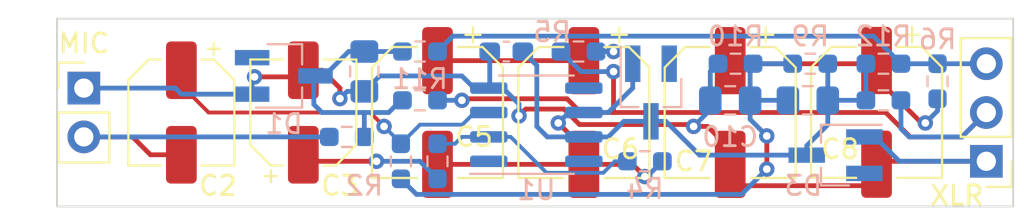
<source format=kicad_pcb>
(kicad_pcb (version 20211014) (generator pcbnew)
  (layers (0 "F.Cu" signal) (31 "B.Cu" signal) (34 "B.Paste" user) (35 "F.Paste" user) (36 "B.SilkS" user "B.Silkscreen") (37 "F.SilkS" user "F.Silkscreen") (38 "B.Mask" user) (39 "F.Mask" user) (44 "Edge.Cuts" user))
  (net 0 "")
  (net 1 "GND")
  (net 2 "Net-(C3-Pad1)")
  (net 3 "Net-(C5-Pad1)")
  (net 4 "Net-(C7-Pad1)")
  (net 5 "/Micbias")
  (net 6 "/Opamp_In+")
  (net 7 "/Mic+")
  (net 8 "/Opamp_VDD")
  (net 9 "/Opamp_Out")
  (net 10 "/VGND")
  (net 11 "/XLR2(+)")
  (net 12 "/Opamp_In-")
  (net 13 "/XLR3(-)")
  (footprint "Capacitor_SMD:CP_Elec_6.3x5.4_Nichicon" (layer "F.Cu") (at 151.765 110.49 -90)
    (fp_text reference "C5" (at 1.27 -1.905 180) (layer "F.SilkS"))
    (fp_text value "10uF 50v")
    (fp_line (start -2.345563 -3.41) (end 3.41 -3.41) (layer "F.SilkS") (width 0.12))
    (fp_line (start -3.41 2.345563) (end -2.345563 3.41) (layer "F.SilkS") (width 0.12))
    (fp_line (start -3.41 -2.345563) (end -3.41 -1.06) (layer "F.SilkS") (width 0.12))
    (fp_line (start -2.345563 3.41) (end 3.41 3.41) (layer "F.SilkS") (width 0.12))
    (fp_line (start -3.41 -2.345563) (end -2.345563 -3.41) (layer "F.SilkS") (width 0.12))
    (fp_line (start -3.41 2.345563) (end -3.41 1.06) (layer "F.SilkS") (width 0.12))
    (fp_line (start -4.4375 -1.8475) (end -3.65 -1.8475) (layer "F.SilkS") (width 0.12))
    (fp_line (start 3.41 3.41) (end 3.41 1.06) (layer "F.SilkS") (width 0.12))
    (fp_line (start 3.41 -3.41) (end 3.41 -1.06) (layer "F.SilkS") (width 0.12))
    (fp_line (start -4.04375 -2.24125) (end -4.04375 -1.45375) (layer "F.SilkS") (width 0.12))
    (pad "1" smd roundrect (at -2.7 0 270) (size 3.5 1.6) (layers "F.Cu" "F.Paste" "F.Mask") (roundrect_rratio 0.15625) (net 3 "Net-(C5-Pad1)"))
    (pad "2" smd roundrect (at 2.7 0 270) (size 3.5 1.6) (layers "F.Cu" "F.Paste" "F.Mask") (roundrect_rratio 0.15625) (net 9 "/Opamp_Out"))
  )
  (footprint "Capacitor_SMD:CP_Elec_5x5.4" (layer "F.Cu") (at 138.43 110.49 -90)
    (fp_text reference "C2" (at 3.81 -1.905 180) (layer "F.SilkS"))
    (fp_text value "22uF 16V")
    (fp_line (start -1.695563 -2.76) (end 2.76 -2.76) (layer "F.SilkS") (width 0.12))
    (fp_line (start -3.3125 -1.9975) (end -3.3125 -1.3725) (layer "F.SilkS") (width 0.12))
    (fp_line (start -2.76 1.695563) (end -2.76 1.06) (layer "F.SilkS") (width 0.12))
    (fp_line (start -2.76 1.695563) (end -1.695563 2.76) (layer "F.SilkS") (width 0.12))
    (fp_line (start -3.625 -1.685) (end -3 -1.685) (layer "F.SilkS") (width 0.12))
    (fp_line (start 2.76 2.76) (end 2.76 1.06) (layer "F.SilkS") (width 0.12))
    (fp_line (start -1.695563 2.76) (end 2.76 2.76) (layer "F.SilkS") (width 0.12))
    (fp_line (start -2.76 -1.695563) (end -2.76 -1.06) (layer "F.SilkS") (width 0.12))
    (fp_line (start -2.76 -1.695563) (end -1.695563 -2.76) (layer "F.SilkS") (width 0.12))
    (fp_line (start 2.76 -2.76) (end 2.76 -1.06) (layer "F.SilkS") (width 0.12))
    (pad "1" smd roundrect (at -2.2 0 270) (size 3 1.6) (layers "F.Cu" "F.Paste" "F.Mask") (roundrect_rratio 0.15625) (net 6 "/Opamp_In+"))
    (pad "2" smd roundrect (at 2.2 0 270) (size 3 1.6) (layers "F.Cu" "F.Paste" "F.Mask") (roundrect_rratio 0.15625) (net 7 "/Mic+"))
  )
  (footprint "Capacitor_SMD:CP_Elec_6.3x5.4_Nichicon" (layer "F.Cu") (at 167.005 110.49 -90)
    (fp_text reference "C7" (at 2.54 1.905 180) (layer "F.SilkS"))
    (fp_text value "10uF 50v")
    (fp_line (start -4.4375 -1.8475) (end -3.65 -1.8475) (layer "F.SilkS") (width 0.12))
    (fp_line (start -3.41 -2.345563) (end -3.41 -1.06) (layer "F.SilkS") (width 0.12))
    (fp_line (start -3.41 -2.345563) (end -2.345563 -3.41) (layer "F.SilkS") (width 0.12))
    (fp_line (start 3.41 3.41) (end 3.41 1.06) (layer "F.SilkS") (width 0.12))
    (fp_line (start -3.41 2.345563) (end -3.41 1.06) (layer "F.SilkS") (width 0.12))
    (fp_line (start -2.345563 3.41) (end 3.41 3.41) (layer "F.SilkS") (width 0.12))
    (fp_line (start -3.41 2.345563) (end -2.345563 3.41) (layer "F.SilkS") (width 0.12))
    (fp_line (start -4.04375 -2.24125) (end -4.04375 -1.45375) (layer "F.SilkS") (width 0.12))
    (fp_line (start 3.41 -3.41) (end 3.41 -1.06) (layer "F.SilkS") (width 0.12))
    (fp_line (start -2.345563 -3.41) (end 3.41 -3.41) (layer "F.SilkS") (width 0.12))
    (pad "1" smd roundrect (at -2.7 0 270) (size 3.5 1.6) (layers "F.Cu" "F.Paste" "F.Mask") (roundrect_rratio 0.15625) (net 4 "Net-(C7-Pad1)"))
    (pad "2" smd roundrect (at 2.7 0 270) (size 3.5 1.6) (layers "F.Cu" "F.Paste" "F.Mask") (roundrect_rratio 0.15625) (net 1 "GND"))
  )
  (footprint "Connector_PinHeader_2.54mm:PinHeader_1x03_P2.54mm_Vertical" (layer "F.Cu") (at 180.34 113.03 180)
    (fp_text reference "XLR" (at 1.524 -1.778) (layer "F.SilkS"))
    (fp_text value "XLR3")
    (fp_line (start -1.33 6.41) (end 1.33 6.41) (layer "F.SilkS") (width 0.12))
    (fp_line (start -1.33 1.27) (end -1.33 6.41) (layer "F.SilkS") (width 0.12))
    (fp_line (start -1.33 1.27) (end 1.33 1.27) (layer "F.SilkS") (width 0.12))
    (fp_line (start -1.33 0) (end -1.33 -1.33) (layer "F.SilkS") (width 0.12))
    (fp_line (start -1.33 -1.33) (end 0 -1.33) (layer "F.SilkS") (width 0.12))
    (fp_line (start 1.33 1.27) (end 1.33 6.41) (layer "F.SilkS") (width 0.12))
    (pad "1" thru_hole rect (at 0 0 180) (size 1.7 1.7) (drill 1) (layers *.Cu *.Mask) (net 1 "GND"))
    (pad "2" thru_hole oval (at 0 2.54 180) (size 1.7 1.7) (drill 1) (layers *.Cu *.Mask) (net 11 "/XLR2(+)"))
    (pad "3" thru_hole oval (at 0 5.08 180) (size 1.7 1.7) (drill 1) (layers *.Cu *.Mask) (net 13 "/XLR3(-)"))
  )
  (footprint "Capacitor_SMD:CP_Elec_5x5.4" (layer "F.Cu") (at 144.78 110.49 90)
    (fp_text reference "C3" (at -3.81 1.905 180) (layer "F.SilkS"))
    (fp_text value "22uF 16V")
    (fp_line (start -2.76 -1.695563) (end -1.695563 -2.76) (layer "F.SilkS") (width 0.12))
    (fp_line (start 2.76 2.76) (end 2.76 1.06) (layer "F.SilkS") (width 0.12))
    (fp_line (start 2.76 -2.76) (end 2.76 -1.06) (layer "F.SilkS") (width 0.12))
    (fp_line (start -2.76 -1.695563) (end -2.76 -1.06) (layer "F.SilkS") (width 0.12))
    (fp_line (start -1.695563 -2.76) (end 2.76 -2.76) (layer "F.SilkS") (width 0.12))
    (fp_line (start -2.76 1.695563) (end -2.76 1.06) (layer "F.SilkS") (width 0.12))
    (fp_line (start -1.695563 2.76) (end 2.76 2.76) (layer "F.SilkS") (width 0.12))
    (fp_line (start -3.3125 -1.9975) (end -3.3125 -1.3725) (layer "F.SilkS") (width 0.12))
    (fp_line (start -2.76 1.695563) (end -1.695563 2.76) (layer "F.SilkS") (width 0.12))
    (fp_line (start -3.625 -1.685) (end -3 -1.685) (layer "F.SilkS") (width 0.12))
    (pad "1" smd roundrect (at -2.2 0 90) (size 3 1.6) (layers "F.Cu" "F.Paste" "F.Mask") (roundrect_rratio 0.15625) (net 2 "Net-(C3-Pad1)"))
    (pad "2" smd roundrect (at 2.2 0 90) (size 3 1.6) (layers "F.Cu" "F.Paste" "F.Mask") (roundrect_rratio 0.15625) (net 1 "GND"))
  )
  (footprint "Capacitor_SMD:CP_Elec_6.3x5.4_Nichicon" (layer "F.Cu") (at 159.385 110.49 -90)
    (fp_text reference "C6" (at 1.905 -1.905 180) (layer "F.SilkS"))
    (fp_text value "10uF 50v")
    (fp_line (start -3.41 -2.345563) (end -3.41 -1.06) (layer "F.SilkS") (width 0.12))
    (fp_line (start 3.41 3.41) (end 3.41 1.06) (layer "F.SilkS") (width 0.12))
    (fp_line (start -3.41 2.345563) (end -3.41 1.06) (layer "F.SilkS") (width 0.12))
    (fp_line (start -2.345563 -3.41) (end 3.41 -3.41) (layer "F.SilkS") (width 0.12))
    (fp_line (start -2.345563 3.41) (end 3.41 3.41) (layer "F.SilkS") (width 0.12))
    (fp_line (start -3.41 -2.345563) (end -2.345563 -3.41) (layer "F.SilkS") (width 0.12))
    (fp_line (start -4.04375 -2.24125) (end -4.04375 -1.45375) (layer "F.SilkS") (width 0.12))
    (fp_line (start 3.41 -3.41) (end 3.41 -1.06) (layer "F.SilkS") (width 0.12))
    (fp_line (start -4.4375 -1.8475) (end -3.65 -1.8475) (layer "F.SilkS") (width 0.12))
    (fp_line (start -3.41 2.345563) (end -2.345563 3.41) (layer "F.SilkS") (width 0.12))
    (pad "1" smd roundrect (at -2.7 0 270) (size 3.5 1.6) (layers "F.Cu" "F.Paste" "F.Mask") (roundrect_rratio 0.15625) (net 3 "Net-(C5-Pad1)"))
    (pad "2" smd roundrect (at 2.7 0 270) (size 3.5 1.6) (layers "F.Cu" "F.Paste" "F.Mask") (roundrect_rratio 0.15625) (net 9 "/Opamp_Out"))
  )
  (footprint "Connector_PinHeader_2.54mm:PinHeader_1x02_P2.54mm_Vertical" (layer "F.Cu") (at 133.35 109.22)
    (fp_text reference "MIC" (at 0 -2.33) (layer "F.SilkS"))
    (fp_text value "Microphone")
    (fp_line (start -1.33 1.27) (end 1.33 1.27) (layer "F.SilkS") (width 0.12))
    (fp_line (start 1.33 1.27) (end 1.33 3.87) (layer "F.SilkS") (width 0.12))
    (fp_line (start -1.33 3.87) (end 1.33 3.87) (layer "F.SilkS") (width 0.12))
    (fp_line (start -1.33 -1.33) (end 0 -1.33) (layer "F.SilkS") (width 0.12))
    (fp_line (start -1.33 1.27) (end -1.33 3.87) (layer "F.SilkS") (width 0.12))
    (fp_line (start -1.33 0) (end -1.33 -1.33) (layer "F.SilkS") (width 0.12))
    (pad "1" thru_hole rect (at 0 0) (size 1.7 1.7) (drill 1) (layers *.Cu *.Mask) (net 1 "GND"))
    (pad "2" thru_hole oval (at 0 2.54) (size 1.7 1.7) (drill 1) (layers *.Cu *.Mask) (net 7 "/Mic+"))
  )
  (footprint "Capacitor_SMD:CP_Elec_6.3x5.4_Nichicon" (layer "F.Cu") (at 174.625 110.4824 -90)
    (fp_text reference "C8" (at 1.9126 1.905 180) (layer "F.SilkS"))
    (fp_text value "10uF 50v")
    (fp_line (start -2.345563 3.41) (end 3.41 3.41) (layer "F.SilkS") (width 0.12))
    (fp_line (start -3.41 2.345563) (end -2.345563 3.41) (layer "F.SilkS") (width 0.12))
    (fp_line (start -3.41 2.345563) (end -3.41 1.06) (layer "F.SilkS") (width 0.12))
    (fp_line (start -3.41 -2.345563) (end -2.345563 -3.41) (layer "F.SilkS") (width 0.12))
    (fp_line (start -3.41 -2.345563) (end -3.41 -1.06) (layer "F.SilkS") (width 0.12))
    (fp_line (start 3.41 3.41) (end 3.41 1.06) (layer "F.SilkS") (width 0.12))
    (fp_line (start -4.4375 -1.8475) (end -3.65 -1.8475) (layer "F.SilkS") (width 0.12))
    (fp_line (start -4.04375 -2.24125) (end -4.04375 -1.45375) (layer "F.SilkS") (width 0.12))
    (fp_line (start 3.41 -3.41) (end 3.41 -1.06) (layer "F.SilkS") (width 0.12))
    (fp_line (start -2.345563 -3.41) (end 3.41 -3.41) (layer "F.SilkS") (width 0.12))
    (pad "1" smd roundrect (at -2.7 0 270) (size 3.5 1.6) (layers "F.Cu" "F.Paste" "F.Mask") (roundrect_rratio 0.15625) (net 4 "Net-(C7-Pad1)"))
    (pad "2" smd roundrect (at 2.7 0 270) (size 3.5 1.6) (layers "F.Cu" "F.Paste" "F.Mask") (roundrect_rratio 0.15625) (net 1 "GND"))
  )
  (footprint "Capacitor_SMD:C_0805_2012Metric_Pad1.18x1.45mm_HandSolder" (layer "B.Cu") (at 167.005 109.855 180)
    (fp_text reference "C10" (at 0 -1.905) (layer "B.SilkS") (effects (justify mirror)))
    (fp_text value "10uF 16V")
    (fp_line (start -0.261252 -0.735) (end 0.261252 -0.735) (layer "B.SilkS") (width 0.12))
    (fp_line (start -0.261252 0.735) (end 0.261252 0.735) (layer "B.SilkS") (width 0.12))
    (pad "1" smd roundrect (at -1.0375 0 180) (size 1.175 1.45) (layers "B.Cu" "B.Paste" "B.Mask") (roundrect_rratio 0.2127659574) (net 10 "/VGND"))
    (pad "2" smd roundrect (at 1.0375 0 180) (size 1.175 1.45) (layers "B.Cu" "B.Paste" "B.Mask") (roundrect_rratio 0.2127659574) (net 1 "GND"))
  )
  (footprint "Resistor_SMD:R_0603_1608Metric_Pad0.98x0.95mm_HandSolder" (layer "B.Cu") (at 177.8 108.8625 90)
    (fp_text reference "R6" (at 2.1825 0 180) (layer "B.SilkS") (effects (justify mirror)))
    (fp_text value "100R")
    (fp_line (start -0.254724 0.5225) (end 0.254724 0.5225) (layer "B.SilkS") (width 0.12))
    (fp_line (start -0.254724 -0.5225) (end 0.254724 -0.5225) (layer "B.SilkS") (width 0.12))
    (pad "1" smd roundrect (at -0.9125 0 90) (size 0.975 0.95) (layers "B.Cu" "B.Paste" "B.Mask") (net 4 "Net-(C7-Pad1)"))
    (pad "2" smd roundrect (at 0.9125 0 90) (size 0.975 0.95) (layers "B.Cu" "B.Paste" "B.Mask") (net 13 "/XLR3(-)"))
  )
  (footprint "Package_SO:SOIC-8_3.9x4.9mm_P1.27mm" (layer "B.Cu") (at 156.91 111.125)
    (fp_text reference "U1" (at 0 3.4) (layer "B.SilkS") (effects (justify mirror)))
    (fp_text value "OPAMP")
    (fp_line (start 0 2.56) (end 1.95 2.56) (layer "B.SilkS") (width 0.12))
    (fp_line (start 0 2.56) (end -3.45 2.56) (layer "B.SilkS") (width 0.12))
    (fp_line (start 0 -2.56) (end 1.95 -2.56) (layer "B.SilkS") (width 0.12))
    (fp_line (start 0 -2.56) (end -1.95 -2.56) (layer "B.SilkS") (width 0.12))
    (pad "1" smd roundrect (at -2.475 1.905) (size 1.95 0.6) (layers "B.Cu" "B.Paste" "B.Mask"))
    (pad "2" smd roundrect (at -2.475 0.635) (size 1.95 0.6) (layers "B.Cu" "B.Paste" "B.Mask") (net 12 "/Opamp_In-"))
    (pad "3" smd roundrect (at -2.475 -0.635) (size 1.95 0.6) (layers "B.Cu" "B.Paste" "B.Mask") (net 6 "/Opamp_In+"))
    (pad "4" smd roundrect (at -2.475 -1.905) (size 1.95 0.6) (layers "B.Cu" "B.Paste" "B.Mask") (net 1 "GND"))
    (pad "5" smd roundrect (at 2.475 -1.905) (size 1.95 0.6) (layers "B.Cu" "B.Paste" "B.Mask"))
    (pad "6" smd roundrect (at 2.475 -0.635) (size 1.95 0.6) (layers "B.Cu" "B.Paste" "B.Mask") (net 9 "/Opamp_Out"))
    (pad "7" smd roundrect (at 2.475 0.635) (size 1.95 0.6) (layers "B.Cu" "B.Paste" "B.Mask") (net 8 "/Opamp_VDD"))
    (pad "8" smd roundrect (at 2.475 1.905) (size 1.95 0.6) (layers "B.Cu" "B.Paste" "B.Mask"))
  )
  (footprint "Package_TO_SOT_SMD:SOT-23_Handsoldering" (layer "B.Cu") (at 162.88 109.45 -90)
    (fp_text reference "D2" hide)
    (fp_text value "DIODE")
    (fp_line (start 0.76 -1.58) (end -0.7 -1.58) (layer "B.SilkS") (width 0.12))
    (fp_line (start 0.76 -1.58) (end 0.76 -0.65) (layer "B.SilkS") (width 0.12))
    (fp_line (start 0.76 1.58) (end -2.4 1.58) (layer "B.SilkS") (width 0.12))
    (fp_line (start 0.76 1.58) (end 0.76 0.65) (layer "B.SilkS") (width 0.12))
    (pad "1" smd rect (at -1.5 0.95 270) (size 1.9 0.8) (layers "B.Cu" "B.Paste" "B.Mask") (net 9 "/Opamp_Out"))
    (pad "2" smd rect (at -1.5 -0.95 270) (size 1.9 0.8) (layers "B.Cu" "B.Paste" "B.Mask"))
    (pad "3" smd rect (at 1.5 0 270) (size 1.9 0.8) (layers "B.Cu" "B.Paste" "B.Mask") (net 8 "/Opamp_VDD"))
  )
  (footprint "Package_TO_SOT_SMD:SC-59_Handsoldering" (layer "B.Cu") (at 143.765 108.585)
    (fp_text reference "D1" (at 0 2.5) (layer "B.SilkS") (effects (justify mirror)))
    (fp_text value "5V6")
    (fp_line (start -1.45 1.65) (end 0.95 1.65) (layer "B.SilkS") (width 0.12))
    (fp_line (start 0.95 1.65) (end 0.95 0.6) (layer "B.SilkS") (width 0.12))
    (fp_line (start 0.95 -1.65) (end 0.95 -0.6) (layer "B.SilkS") (width 0.12))
    (fp_line (start -0.85 -1.65) (end 0.95 -1.65) (layer "B.SilkS") (width 0.12))
    (pad "1" smd rect (at -1.65 0.95) (size 1.8 0.8) (layers "B.Cu" "B.Paste" "B.Mask") (net 1 "GND"))
    (pad "2" smd rect (at -1.65 -0.95) (size 1.8 0.8) (layers "B.Cu" "B.Paste" "B.Mask"))
    (pad "3" smd rect (at 1.65 0) (size 1.8 0.8) (layers "B.Cu" "B.Paste" "B.Mask") (net 5 "/Micbias"))
  )
  (footprint "Capacitor_SMD:C_0805_2012Metric_Pad1.18x1.45mm_HandSolder" (layer "B.Cu") (at 147.955 108.3525 -90)
    (fp_text reference "C1" hide)
    (fp_text value "10uF 16V")
    (fp_line (start -0.261252 -0.735) (end 0.261252 -0.735) (layer "B.SilkS") (width 0.12))
    (fp_line (start -0.261252 0.735) (end 0.261252 0.735) (layer "B.SilkS") (width 0.12))
    (pad "1" smd roundrect (at -1.0375 0 270) (size 1.175 1.45) (layers "B.Cu" "B.Paste" "B.Mask") (roundrect_rratio 0.2127659574) (net 5 "/Micbias"))
    (pad "2" smd roundrect (at 1.0375 0 270) (size 1.175 1.45) (layers "B.Cu" "B.Paste" "B.Mask") (roundrect_rratio 0.2127659574) (net 1 "GND"))
  )
  (footprint "Capacitor_SMD:C_0805_2012Metric_Pad1.18x1.45mm_HandSolder" (layer "B.Cu") (at 171.0475 109.855 180)
    (fp_text reference "C9" hide)
    (fp_text value "10uF 16V")
    (fp_line (start -0.261252 -0.735) (end 0.261252 -0.735) (layer "B.SilkS") (width 0.12))
    (fp_line (start -0.261252 0.735) (end 0.261252 0.735) (layer "B.SilkS") (width 0.12))
    (pad "1" smd roundrect (at -1.0375 0 180) (size 1.175 1.45) (layers "B.Cu" "B.Paste" "B.Mask") (roundrect_rratio 0.2127659574) (net 8 "/Opamp_VDD"))
    (pad "2" smd roundrect (at 1.0375 0 180) (size 1.175 1.45) (layers "B.Cu" "B.Paste" "B.Mask") (roundrect_rratio 0.2127659574) (net 10 "/VGND"))
  )
  (footprint "Resistor_SMD:R_0603_1608Metric_Pad0.98x0.95mm_HandSolder" (layer "B.Cu") (at 149.86 113.03 -90)
    (fp_text reference "R2" (at 1.27 1.905 180) (layer "B.SilkS") (effects (justify mirror)))
    (fp_text value "100k")
    (fp_line (start -0.254724 0.5225) (end 0.254724 0.5225) (layer "B.SilkS") (width 0.12))
    (fp_line (start -0.254724 -0.5225) (end 0.254724 -0.5225) (layer "B.SilkS") (width 0.12))
    (pad "1" smd roundrect (at -0.9125 0 270) (size 0.975 0.95) (layers "B.Cu" "B.Paste" "B.Mask") (net 6 "/Opamp_In+"))
    (pad "2" smd roundrect (at 0.9125 0 270) (size 0.975 0.95) (layers "B.Cu" "B.Paste" "B.Mask") (net 10 "/VGND"))
  )
  (footprint "Resistor_SMD:R_0603_1608Metric_Pad0.98x0.95mm_HandSolder" (layer "B.Cu") (at 162.56 113.03)
    (fp_text reference "R4" (at 0 1.43) (layer "B.SilkS") (effects (justify mirror)))
    (fp_text value "10k")
    (fp_line (start -0.254724 0.5225) (end 0.254724 0.5225) (layer "B.SilkS") (width 0.12))
    (fp_line (start -0.254724 -0.5225) (end 0.254724 -0.5225) (layer "B.SilkS") (width 0.12))
    (pad "1" smd roundrect (at -0.9125 0) (size 0.975 0.95) (layers "B.Cu" "B.Paste" "B.Mask") (net 12 "/Opamp_In-"))
    (pad "2" smd roundrect (at 0.9125 0) (size 0.975 0.95) (layers "B.Cu" "B.Paste" "B.Mask") (net 9 "/Opamp_Out"))
  )
  (footprint "Resistor_SMD:R_0603_1608Metric_Pad0.98x0.95mm_HandSolder" (layer "B.Cu") (at 150.8525 107.315)
    (fp_text reference "R11" (at 0 1.43) (layer "B.SilkS") (effects (justify mirror)))
    (fp_text value "33k")
    (fp_line (start -0.254724 0.5225) (end 0.254724 0.5225) (layer "B.SilkS") (width 0.12))
    (fp_line (start -0.254724 -0.5225) (end 0.254724 -0.5225) (layer "B.SilkS") (width 0.12))
    (pad "1" smd roundrect (at -0.9125 0) (size 0.975 0.95) (layers "B.Cu" "B.Paste" "B.Mask") (net 5 "/Micbias"))
    (pad "2" smd roundrect (at 0.9125 0) (size 0.975 0.95) (layers "B.Cu" "B.Paste" "B.Mask") (net 13 "/XLR3(-)"))
  )
  (footprint "Resistor_SMD:R_0603_1608Metric_Pad0.98x0.95mm_HandSolder" (layer "B.Cu") (at 147.0425 111.76 180)
    (fp_text reference "R1" hide)
    (fp_text value "4k7")
    (fp_line (start -0.254724 0.5225) (end 0.254724 0.5225) (layer "B.SilkS") (width 0.12))
    (fp_line (start -0.254724 -0.5225) (end 0.254724 -0.5225) (layer "B.SilkS") (width 0.12))
    (pad "1" smd roundrect (at -0.9125 0 180) (size 0.975 0.95) (layers "B.Cu" "B.Paste" "B.Mask") (net 5 "/Micbias"))
    (pad "2" smd roundrect (at 0.9125 0 180) (size 0.975 0.95) (layers "B.Cu" "B.Paste" "B.Mask") (net 7 "/Mic+"))
  )
  (footprint "Package_TO_SOT_SMD:SOT-23_Handsoldering" (layer "B.Cu") (at 172.49 112.71 180)
    (fp_text reference "D3" (at 1.675 -1.59) (layer "B.SilkS") (effects (justify mirror)))
    (fp_text value "24V")
    (fp_line (start 0.76 -1.58) (end -0.7 -1.58) (layer "B.SilkS") (width 0.12))
    (fp_line (start 0.76 -1.58) (end 0.76 -0.65) (layer "B.SilkS") (width 0.12))
    (fp_line (start 0.76 1.58) (end 0.76 0.65) (layer "B.SilkS") (width 0.12))
    (fp_line (start 0.76 1.58) (end -2.4 1.58) (layer "B.SilkS") (width 0.12))
    (pad "1" smd rect (at -1.5 0.95 180) (size 1.9 0.8) (layers "B.Cu" "B.Paste" "B.Mask") (net 1 "GND"))
    (pad "2" smd rect (at -1.5 -0.95 180) (size 1.9 0.8) (layers "B.Cu" "B.Paste" "B.Mask"))
    (pad "3" smd rect (at 1.5 0 180) (size 1.9 0.8) (layers "B.Cu" "B.Paste" "B.Mask") (net 8 "/Opamp_VDD"))
  )
  (footprint "Resistor_SMD:R_0603_1608Metric_Pad0.98x0.95mm_HandSolder" (layer "B.Cu") (at 151.765 113.03 -90)
    (fp_text reference "R3" hide)
    (fp_text value "4k7")
    (fp_line (start -0.254724 0.5225) (end 0.254724 0.5225) (layer "B.SilkS") (width 0.12))
    (fp_line (start -0.254724 -0.5225) (end 0.254724 -0.5225) (layer "B.SilkS") (width 0.12))
    (pad "1" smd roundrect (at -0.9125 0 270) (size 0.975 0.95) (layers "B.Cu" "B.Paste" "B.Mask") (net 12 "/Opamp_In-"))
    (pad "2" smd roundrect (at 0.9125 0 270) (size 0.975 0.95) (layers "B.Cu" "B.Paste" "B.Mask") (net 2 "Net-(C3-Pad1)"))
  )
  (footprint "Resistor_SMD:R_0603_1608Metric_Pad0.98x0.95mm_HandSolder" (layer "B.Cu") (at 150.8525 109.855)
    (fp_text reference "R7" hide)
    (fp_text value "33k")
    (fp_line (start -0.254724 -0.5225) (end 0.254724 -0.5225) (layer "B.SilkS") (width 0.12))
    (fp_line (start -0.254724 0.5225) (end 0.254724 0.5225) (layer "B.SilkS") (width 0.12))
    (pad "1" smd roundrect (at -0.9125 0) (size 0.975 0.95) (layers "B.Cu" "B.Paste" "B.Mask") (net 5 "/Micbias"))
    (pad "2" smd roundrect (at 0.9125 0) (size 0.975 0.95) (layers "B.Cu" "B.Paste" "B.Mask") (net 11 "/XLR2(+)"))
  )
  (footprint "Resistor_SMD:R_0603_1608Metric_Pad0.98x0.95mm_HandSolder" (layer "B.Cu") (at 174.9825 109.855 180)
    (fp_text reference "R8" hide)
    (fp_text value "4k7")
    (fp_line (start -0.254724 0.5225) (end 0.254724 0.5225) (layer "B.SilkS") (width 0.12))
    (fp_line (start -0.254724 -0.5225) (end 0.254724 -0.5225) (layer "B.SilkS") (width 0.12))
    (pad "1" smd roundrect (at -0.9125 0 180) (size 0.975 0.95) (layers "B.Cu" "B.Paste" "B.Mask") (net 11 "/XLR2(+)"))
    (pad "2" smd roundrect (at 0.9125 0 180) (size 0.975 0.95) (layers "B.Cu" "B.Paste" "B.Mask") (net 8 "/Opamp_VDD"))
  )
  (footprint "Resistor_SMD:R_0603_1608Metric_Pad0.98x0.95mm_HandSolder" (layer "B.Cu") (at 174.9825 107.95 180)
    (fp_text reference "R12" (at 0 1.43) (layer "B.SilkS") (effects (justify mirror)))
    (fp_text value "4k7")
    (fp_line (start -0.254724 -0.5225) (end 0.254724 -0.5225) (layer "B.SilkS") (width 0.12))
    (fp_line (start -0.254724 0.5225) (end 0.254724 0.5225) (layer "B.SilkS") (width 0.12))
    (pad "1" smd roundrect (at -0.9125 0 180) (size 0.975 0.95) (layers "B.Cu" "B.Paste" "B.Mask") (net 13 "/XLR3(-)"))
    (pad "2" smd roundrect (at 0.9125 0 180) (size 0.975 0.95) (layers "B.Cu" "B.Paste" "B.Mask") (net 8 "/Opamp_VDD"))
  )
  (footprint "Resistor_SMD:R_0603_1608Metric_Pad0.98x0.95mm_HandSolder" (layer "B.Cu") (at 159.1075 107.315 180)
    (fp_text reference "R5" (at 1.3735 1.016) (layer "B.SilkS") (effects (justify mirror)))
    (fp_text value "100R")
    (fp_line (start -0.254724 0.5225) (end 0.254724 0.5225) (layer "B.SilkS") (width 0.12))
    (fp_line (start -0.254724 -0.5225) (end 0.254724 -0.5225) (layer "B.SilkS") (width 0.12))
    (pad "1" smd roundrect (at -0.9125 0 180) (size 0.975 0.95) (layers "B.Cu" "B.Paste" "B.Mask") (net 3 "Net-(C5-Pad1)"))
    (pad "2" smd roundrect (at 0.9125 0 180) (size 0.975 0.95) (layers "B.Cu" "B.Paste" "B.Mask") (net 11 "/XLR2(+)"))
  )
  (footprint "Capacitor_SMD:C_0603_1608Metric_Pad1.08x0.95mm_HandSolder" (layer "B.Cu") (at 155.3475 107.315 180)
    (fp_text reference "C4" hide)
    (fp_text value "0.1uF")
    (fp_line (start -0.146267 -0.51) (end 0.146267 -0.51) (layer "B.SilkS") (width 0.12))
    (fp_line (start -0.146267 0.51) (end 0.146267 0.51) (layer "B.SilkS") (width 0.12))
    (pad "1" smd roundrect (at -0.8625 0 180) (size 1.075 0.95) (layers "B.Cu" "B.Paste" "B.Mask") (net 8 "/Opamp_VDD"))
    (pad "2" smd roundrect (at 0.8625 0 180) (size 1.075 0.95) (layers "B.Cu" "B.Paste" "B.Mask") (net 1 "GND"))
  )
  (footprint "Resistor_SMD:R_0603_1608Metric_Pad0.98x0.95mm_HandSolder" (layer "B.Cu") (at 167.2825 107.95 180)
    (fp_text reference "R10" (at 0 1.43) (layer "B.SilkS") (effects (justify mirror)))
    (fp_text value "10k")
    (fp_line (start -0.254724 0.5225) (end 0.254724 0.5225) (layer "B.SilkS") (width 0.12))
    (fp_line (start -0.254724 -0.5225) (end 0.254724 -0.5225) (layer "B.SilkS") (width 0.12))
    (pad "1" smd roundrect (at -0.9125 0 180) (size 0.975 0.95) (layers "B.Cu" "B.Paste" "B.Mask") (net 10 "/VGND"))
    (pad "2" smd roundrect (at 0.9125 0 180) (size 0.975 0.95) (layers "B.Cu" "B.Paste" "B.Mask") (net 1 "GND"))
  )
  (footprint "Resistor_SMD:R_0603_1608Metric_Pad0.98x0.95mm_HandSolder" (layer "B.Cu") (at 171.1725 107.95 180)
    (fp_text reference "R9" (at 0 1.43) (layer "B.SilkS") (effects (justify mirror)))
    (fp_text value "10k")
    (fp_line (start -0.254724 0.5225) (end 0.254724 0.5225) (layer "B.SilkS") (width 0.12))
    (fp_line (start -0.254724 -0.5225) (end 0.254724 -0.5225) (layer "B.SilkS") (width 0.12))
    (pad "1" smd roundrect (at -0.9125 0 180) (size 0.975 0.95) (layers "B.Cu" "B.Paste" "B.Mask") (net 8 "/Opamp_VDD"))
    (pad "2" smd roundrect (at 0.9125 0 180) (size 0.975 0.95) (layers "B.Cu" "B.Paste" "B.Mask") (net 10 "/VGND"))
  )
  (gr_rect (start 131.953 105.603) (end 181.737 115.382) (layer "Edge.Cuts") (width 0.1) (fill none))
  (segment (start 158.353389 110.310989) (end 159.15788 111.11548) (width 0.25) (layer "F.Cu") (net 1))
  (segment (start 174.625 113.1824) (end 174.625 114.3) (width 0.25) (layer "F.Cu") (net 1))
  (segment (start 167.005 112.395) (end 165.8245 111.2145) (width 0.25) (layer "F.Cu") (net 1))
  (segment (start 165.8245 111.2145) (end 165.1 111.2145) (width 0.25) (layer "F.Cu") (net 1))
  (segment (start 159.15788 111.11548) (end 164.93048 111.11548) (width 0.25) (layer "F.Cu") (net 1))
  (segment (start 142.24 108.634502) (end 144.435498 108.634502) (width 0.25) (layer "F.Cu") (net 1))
  (segment (start 174.625 114.3) (end 166.37 114.3) (width 0.25) (layer "F.Cu") (net 1))
  (segment (start 144.435498 108.634502) (end 144.78 108.29) (width 0.25) (layer "F.Cu") (net 1))
  (segment (start 180.34 113.03) (end 174.7774 113.03) (width 0.25) (layer "F.Cu") (net 1))
  (segment (start 156.361916 110.310989) (end 158.353389 110.310989) (width 0.25) (layer "F.Cu") (net 1))
  (segment (start 146.685 109.22) (end 145.755 108.29) (width 0.25) (layer "F.Cu") (net 1))
  (segment (start 156.009123 110.663782) (end 156.361916 110.310989) (width 0.25) (layer "F.Cu") (net 1))
  (segment (start 145.755 108.29) (end 144.78 108.29) (width 0.25) (layer "F.Cu") (net 1))
  (segment (start 146.685 109.7655) (end 146.685 109.22) (width 0.25) (layer "F.Cu") (net 1))
  (via (at 146.685 109.7655) (size 0.8) (drill 0.4) (layers "F.Cu" "B.Cu") (net 1))
  (via (at 165.1 111.2145) (size 0.8) (drill 0.4) (layers "F.Cu" "B.Cu") (net 1))
  (via (at 156.009123 110.663782) (size 0.8) (drill 0.4) (layers "F.Cu" "B.Cu") (net 1))
  (via (at 142.24 108.634502) (size 0.8) (drill 0.4) (layers "F.Cu" "B.Cu") (net 1))
  (segment (start 156.009123 110.052587) (end 155.176536 109.22) (width 0.25) (layer "B.Cu") (net 1))
  (segment (start 165.9675 109.855) (end 165.9675 108.3525) (width 0.25) (layer "B.Cu") (net 1))
  (segment (start 165.1 111.2145) (end 165.9675 110.347) (width 0.25) (layer "B.Cu") (net 1))
  (segment (start 154.485 107.315) (end 154.485 109.17) (width 0.25) (layer "B.Cu") (net 1))
  (segment (start 175.81 113.03) (end 180.34 113.03) (width 0.25) (layer "B.Cu") (net 1))
  (segment (start 147.0605 109.39) (end 147.955 109.39) (width 0.25) (layer "B.Cu") (net 1))
  (segment (start 153.035 108.585) (end 153.67 109.22) (width 0.25) (layer "B.Cu") (net 1))
  (segment (start 153.67 109.22) (end 154.435 109.22) (width 0.25) (layer "B.Cu") (net 1))
  (segment (start 142.24 108.634502) (end 142.115 108.759502) (width 0.25) (layer "B.Cu") (net 1))
  (segment (start 138.115 109.22) (end 133.35 109.22) (width 0.25) (layer "B.Cu") (net 1))
  (segment (start 142.115 109.535) (end 138.43 109.535) (width 0.25) (layer "B.Cu") (net 1))
  (segment (start 146.685 109.7655) (end 147.0605 109.39) (width 0.25) (layer "B.Cu") (net 1))
  (segment (start 173.99 111.76) (end 174.54 111.76) (width 0.25) (layer "B.Cu") (net 1))
  (segment (start 147.955 109.39) (end 148.76 108.585) (width 0.25) (layer "B.Cu") (net 1))
  (segment (start 154.485 109.17) (end 154.435 109.22) (width 0.25) (layer "B.Cu") (net 1))
  (segment (start 165.9675 110.347) (end 165.9675 109.855) (width 0.25) (layer "B.Cu") (net 1))
  (segment (start 174.54 111.76) (end 175.81 113.03) (width 0.25) (layer "B.Cu") (net 1))
  (segment (start 138.43 109.535) (end 138.115 109.22) (width 0.25) (layer "B.Cu") (net 1))
  (segment (start 165.9675 108.3525) (end 166.37 107.95) (width 0.25) (layer "B.Cu") (net 1))
  (segment (start 155.176536 109.22) (end 154.435 109.22) (width 0.25) (layer "B.Cu") (net 1))
  (segment (start 156.009123 110.663782) (end 156.009123 110.052587) (width 0.25) (layer "B.Cu") (net 1))
  (segment (start 148.76 108.585) (end 153.035 108.585) (width 0.25) (layer "B.Cu") (net 1))
  (segment (start 142.115 108.759502) (end 142.115 109.535) (width 0.25) (layer "B.Cu") (net 1))
  (segment (start 148.59 113.03) (end 145.415 113.03) (width 0.25) (layer "F.Cu") (net 2))
  (via (at 148.59 113.03) (size 0.8) (drill 0.4) (layers "F.Cu" "B.Cu") (net 2))
  (segment (start 150.8525 113.03) (end 151.765 113.9425) (width 0.25) (layer "B.Cu") (net 2))
  (segment (start 148.59 113.03) (end 150.8525 113.03) (width 0.25) (layer "B.Cu") (net 2))
  (segment (start 159.385 107.79) (end 159.385 107.315) (width 0.25) (layer "F.Cu") (net 3))
  (segment (start 159.385 107.79) (end 151.765 107.79) (width 0.25) (layer "F.Cu") (net 3))
  (segment (start 159.385 107.315) (end 160.930498 107.315) (width 0.25) (layer "F.Cu") (net 3))
  (via (at 160.930498 107.315) (size 0.8) (drill 0.4) (layers "F.Cu" "B.Cu") (net 3))
  (segment (start 160.930498 107.315) (end 160.02 107.315) (width 0.25) (layer "B.Cu") (net 3))
  (segment (start 176.9615 111.0355) (end 174.625 108.699) (width 0.25) (layer "F.Cu") (net 4))
  (segment (start 174.625 107.95) (end 167.005 107.95) (width 0.25) (layer "F.Cu") (net 4))
  (segment (start 177.165 111.0355) (end 176.9615 111.0355) (width 0.25) (layer "F.Cu") (net 4))
  (segment (start 174.625 108.699) (end 174.625 107.95) (width 0.25) (layer "F.Cu") (net 4))
  (via (at 177.165 111.0355) (size 0.8) (drill 0.4) (layers "F.Cu" "B.Cu") (net 4))
  (segment (start 177.165 111.0355) (end 177.8 110.4005) (width 0.25) (layer "B.Cu") (net 4))
  (segment (start 177.8 110.4005) (end 177.8 109.775) (width 0.25) (layer "B.Cu") (net 4))
  (segment (start 147.955 111.76) (end 147.955 110.49) (width 0.25) (layer "B.Cu") (net 5))
  (segment (start 145.325489 108.674511) (end 145.415 108.585) (width 0.25) (layer "B.Cu") (net 5))
  (segment (start 147.138675 107.315) (end 145.868675 108.585) (width 0.25) (layer "B.Cu") (net 5))
  (segment (start 149.94 107.315) (end 147.955 107.315) (width 0.25) (layer "B.Cu") (net 5))
  (segment (start 149.86 109.855) (end 149.225 110.49) (width 0.25) (layer "B.Cu") (net 5))
  (segment (start 145.868675 108.585) (end 145.415 108.585) (width 0.25) (layer "B.Cu") (net 5))
  (segment (start 149.94 109.855) (end 149.86 109.855) (width 0.25) (layer "B.Cu") (net 5))
  (segment (start 149.225 110.49) (end 147.955 110.49) (width 0.25) (layer "B.Cu") (net 5))
  (segment (start 145.325489 110.065603) (end 145.325489 108.674511) (width 0.25) (layer "B.Cu") (net 5))
  (segment (start 147.955 107.315) (end 147.138675 107.315) (width 0.25) (layer "B.Cu") (net 5))
  (segment (start 147.955 110.49) (end 145.749886 110.49) (width 0.25) (layer "B.Cu") (net 5))
  (segment (start 145.749886 110.49) (end 145.325489 110.065603) (width 0.25) (layer "B.Cu") (net 5))
  (segment (start 138.43 109.0725) (end 138.43 108.29) (width 0.2) (layer "F.Cu") (net 6))
  (segment (start 148.983271 111.2145) (end 148.258771 110.49) (width 0.2) (layer "F.Cu") (net 6))
  (segment (start 139.8475 110.49) (end 138.43 109.0725) (width 0.2) (layer "F.Cu") (net 6))
  (segment (start 148.258771 110.49) (end 139.8475 110.49) (width 0.2) (layer "F.Cu") (net 6))
  (via (at 148.983271 111.2145) (size 0.8) (drill 0.4) (layers "F.Cu" "B.Cu") (net 6))
  (segment (start 154.435 110.49) (end 153.69458 110.49) (width 0.2) (layer "B.Cu") (net 6))
  (segment (start 150.8525 111.125) (end 149.86 112.1175) (width 0.2) (layer "B.Cu") (net 6))
  (segment (start 149.86 112.1175) (end 149.86 112.091229) (width 0.2) (layer "B.Cu") (net 6))
  (segment (start 153.05958 111.125) (end 150.8525 111.125) (width 0.2) (layer "B.Cu") (net 6))
  (segment (start 153.69458 110.49) (end 153.05958 111.125) (width 0.2) (layer "B.Cu") (net 6))
  (segment (start 149.86 112.091229) (end 148.983271 111.2145) (width 0.2) (layer "B.Cu") (net 6))
  (segment (start 138.43 112.69) (end 136.82 112.69) (width 0.25) (layer "F.Cu") (net 7))
  (segment (start 136.82 112.69) (end 135.89 111.76) (width 0.25) (layer "F.Cu") (net 7))
  (segment (start 135.89 111.76) (end 133.35 111.76) (width 0.25) (layer "F.Cu") (net 7))
  (segment (start 133.35 111.76) (end 146.13 111.76) (width 0.25) (layer "B.Cu") (net 7))
  (segment (start 157.48 111.76) (end 156.934511 111.214511) (width 0.25) (layer "B.Cu") (net 8))
  (segment (start 156.934511 108.039511) (end 156.21 107.315) (width 0.25) (layer "B.Cu") (net 8))
  (segment (start 163.655 110.95) (end 165.415 112.71) (width 0.25) (layer "B.Cu") (net 8))
  (segment (start 160.655 111.76) (end 161.465 110.95) (width 0.25) (layer "B.Cu") (net 8))
  (segment (start 161.465 110.95) (end 162.88 110.95) (width 0.25) (layer "B.Cu") (net 8))
  (segment (start 159.385 111.76) (end 157.48 111.76) (width 0.25) (layer "B.Cu") (net 8))
  (segment (start 170.99 112.71) (end 170.99 112.22) (width 0.25) (layer "B.Cu") (net 8))
  (segment (start 165.415 112.71) (end 170.99 112.71) (width 0.25) (layer "B.Cu") (net 8))
  (segment (start 162.88 110.95) (end 163.655 110.95) (width 0.25) (layer "B.Cu") (net 8))
  (segment (start 174.07 107.95) (end 174.07 109.855) (width 0.25) (layer "B.Cu") (net 8))
  (segment (start 170.99 112.22) (end 172.085 111.125) (width 0.25) (layer "B.Cu") (net 8))
  (segment (start 172.085 111.125) (end 172.085 109.855) (width 0.25) (layer "B.Cu") (net 8))
  (segment (start 156.934511 111.214511) (end 156.934511 108.039511) (width 0.25) (layer "B.Cu") (net 8))
  (segment (start 174.07 109.855) (end 172.085 109.855) (width 0.25) (layer "B.Cu") (net 8))
  (segment (start 159.385 111.76) (end 160.655 111.76) (width 0.25) (layer "B.Cu") (net 8))
  (segment (start 172.085 107.95) (end 172.085 109.855) (width 0.25) (layer "B.Cu") (net 8))
  (segment (start 159.385 113.19) (end 151.765 113.19) (width 0.25) (layer "F.Cu") (net 9))
  (segment (start 158.053286 111.0355) (end 159.385 112.367214) (width 0.25) (layer "F.Cu") (net 9))
  (segment (start 159.385 112.367214) (end 159.385 113.19) (width 0.25) (layer "F.Cu") (net 9))
  (segment (start 162.56 113.825) (end 161.925 113.19) (width 0.25) (layer "F.Cu") (net 9))
  (segment (start 161.925 113.19) (end 159.385 113.19) (width 0.25) (layer "F.Cu") (net 9))
  (via (at 162.56 113.825) (size 0.8) (drill 0.4) (layers "F.Cu" "B.Cu") (net 9))
  (via (at 158.053286 111.0355) (size 0.8) (drill 0.4) (layers "F.Cu" "B.Cu") (net 9))
  (segment (start 158.053286 111.0355) (end 158.598786 110.49) (width 0.25) (layer "B.Cu") (net 9))
  (segment (start 160.655 110.49) (end 161.93 109.215) (width 0.25) (layer "B.Cu") (net 9))
  (segment (start 161.93 109.215) (end 161.93 107.95) (width 0.25) (layer "B.Cu") (net 9))
  (segment (start 162.6775 113.825) (end 163.4725 113.03) (width 0.25) (layer "B.Cu") (net 9))
  (segment (start 162.56 113.825) (end 162.6775 113.825) (width 0.25) (layer "B.Cu") (net 9))
  (segment (start 159.385 110.49) (end 160.655 110.49) (width 0.25) (layer "B.Cu") (net 9))
  (segment (start 158.598786 110.49) (end 159.385 110.49) (width 0.25) (layer "B.Cu") (net 9))
  (segment (start 168.91 113.438677) (end 168.91 111.710498) (width 0.25) (layer "F.Cu") (net 10))
  (via (at 168.91 111.710498) (size 0.8) (drill 0.4) (layers "F.Cu" "B.Cu") (net 10))
  (via (at 168.91 113.438677) (size 0.8) (drill 0.4) (layers "F.Cu" "B.Cu") (net 10))
  (segment (start 168.0425 108.1025) (end 168.195 107.95) (width 0.25) (layer "B.Cu") (net 10))
  (segment (start 168.0425 109.855) (end 170.01 109.855) (width 0.25) (layer "B.Cu") (net 10))
  (segment (start 168.0425 110.842998) (end 168.0425 109.855) (width 0.25) (layer "B.Cu") (net 10))
  (segment (start 168.91 111.710498) (end 168.0425 110.842998) (width 0.25) (layer "B.Cu") (net 10))
  (segment (start 167.594157 114.75452) (end 150.67202 114.75452) (width 0.25) (layer "B.Cu") (net 10))
  (segment (start 150.67202 114.75452) (end 149.86 113.9425) (width 0.25) (layer "B.Cu") (net 10))
  (segment (start 168.195 107.95) (end 170.26 107.95) (width 0.25) (layer "B.Cu") (net 10))
  (segment (start 168.91 113.438677) (end 167.594157 114.75452) (width 0.25) (layer "B.Cu") (net 10))
  (segment (start 168.0425 109.855) (end 168.0425 108.1025) (width 0.25) (layer "B.Cu") (net 10))
  (segment (start 160.930498 108.359376) (end 160.930498 110.49) (width 0.25) (layer "F.Cu") (net 11))
  (segment (start 175.1 110.49) (end 159.222507 110.49) (width 0.25) (layer "F.Cu") (net 11))
  (segment (start 176.37 111.76) (end 175.1 110.49) (width 0.25) (layer "F.Cu") (net 11))
  (segment (start 158.507507 109.775) (end 153.115 109.775) (width 0.25) (layer "F.Cu") (net 11))
  (segment (start 180.34 110.49) (end 179.07 111.76) (width 0.25) (layer "F.Cu") (net 11))
  (segment (start 179.07 111.76) (end 176.37 111.76) (width 0.25) (layer "F.Cu") (net 11))
  (segment (start 153.115 109.775) (end 153.035 109.855) (width 0.25) (layer "F.Cu") (net 11))
  (segment (start 159.222507 110.49) (end 158.507507 109.775) (width 0.25) (layer "F.Cu") (net 11))
  (via (at 160.930498 108.359376) (size 0.8) (drill 0.4) (layers "F.Cu" "B.Cu") (net 11))
  (via (at 153.035 109.855) (size 0.8) (drill 0.4) (layers "F.Cu" "B.Cu") (net 11))
  (segment (start 159.239376 108.359376) (end 158.195 107.315) (width 0.25) (layer "B.Cu") (net 11))
  (segment (start 153.035 109.855) (end 151.765 109.855) (width 0.25) (layer "B.Cu") (net 11))
  (segment (start 175.895 109.855) (end 175.895 111.335614) (width 0.25) (layer "B.Cu") (net 11))
  (segment (start 175.895 111.335614) (end 176.319397 111.760011) (width 0.25) (layer "B.Cu") (net 11))
  (segment (start 179.069989 111.760011) (end 180.34 110.49) (width 0.25) (layer "B.Cu") (net 11))
  (segment (start 160.930498 108.359376) (end 159.239376 108.359376) (width 0.25) (layer "B.Cu") (net 11))
  (segment (start 176.319397 111.760011) (end 179.069989 111.760011) (width 0.25) (layer "B.Cu") (net 11))
  (segment (start 153.035 111.76) (end 152.6775 112.1175) (width 0.2) (layer "B.Cu") (net 12))
  (segment (start 160.995717 113.03) (end 160.396197 113.62952) (width 0.2) (layer "B.Cu") (net 12))
  (segment (start 161.6475 113.03) (end 160.995717 113.03) (width 0.2) (layer "B.Cu") (net 12))
  (segment (start 155.575 111.76) (end 154.435 111.76) (width 0.2) (layer "B.Cu") (net 12))
  (segment (start 154.435 111.76) (end 153.035 111.76) (width 0.2) (layer "B.Cu") (net 12))
  (segment (start 160.396197 113.62952) (end 157.44452 113.62952) (width 0.2) (layer "B.Cu") (net 12))
  (segment (start 152.6775 112.1175) (end 151.765 112.1175) (width 0.2) (layer "B.Cu") (net 12))
  (segment (start 157.44452 113.62952) (end 155.575 111.76) (width 0.2) (layer "B.Cu") (net 12))
  (segment (start 151.765 107.315) (end 152.56452 106.51548) (width 0.25) (layer "B.Cu") (net 13))
  (segment (start 152.56452 106.51548) (end 174.46048 106.51548) (width 0.25) (layer "B.Cu") (net 13))
  (segment (start 174.46048 106.51548) (end 175.895 107.95) (width 0.25) (layer "B.Cu") (net 13))
  (segment (start 175.895 107.95) (end 180.34 107.95) (width 0.25) (layer "B.Cu") (net 13))
)
</source>
